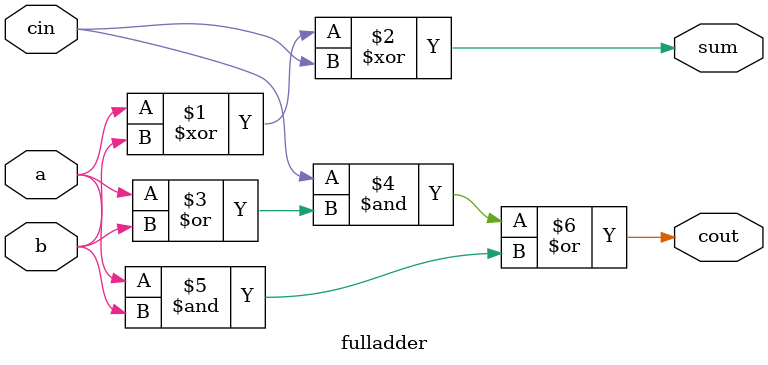
<source format=v>
/*The ripple carrier adder of the 2's complement method
 had a delay of 4 gates, but this module using the 1's complement method 
has a  maximum delay of 8 gates because c4 enters the carryin again.*/

module fouradder(a,b,S,cin,Cout);

//Input declaration

	//Declaration of a and b in 4 bits
	input [3:0] a;
	input [3:0] b;

	//Initial Carryin Value Declaration
	input cin;

//Output declaration

	//S array declaration with sum output with final result value
	output [3:0] S;
	//C array declaration with carry output with final result value,
	//However, cout does not appear as the final output value due to the calculation of around carry.
	//The value of the final cout is always zero.
	output Cout;
	
//wire declaration

	//Declare the carryout value output from the first addition
	wire cout;
	

	//Declaration of the s array output from the first addition
	//This array is the input value of the second  calculation with cout.
	wire [3:0] s;
	

	//Declare required c array as input of carryin for sequential calculations
	wire [3:1] c;
	wire [3:1] c2;
	

	
	
//The first additional section
	fulladder a0 (a[0],b[0],cin,s[0],c[1]);
	fulladder a1 (a[1],b[1],c[1],s[1],c[2]);
	fulladder a2 (a[2],b[2],c[2],s[2],c[3]);
	fulladder a3 (a[3],b[3],c[3],s[3],cout);
//The second additional section
	/*For the second calculation, cout was entered
 	as carryin in the s-array and 0-bit addition calculation.*/
	fulladder A0 (s[0],1'b0,cout,S[0],c2[1]);
	fulladder A1 (s[1],1'b0,c2[1],S[1],c2[2]);
	fulladder A2 (s[2],1'b0,c2[2],S[2],c2[3]);
	fulladder A3 (s[3],1'b0,c2[3],S[3],Cout);




/*In the 4-bit addition calculation, 
the end-arround carriage occurs maximum once. 
 Therefore, the value of the output Cout will only appear as 0.*/

/*The problem is that if the output carry out in the first 4 bit addition is 0,
 the second addition is not required.
Therefore, there are cases where there is an unnecessary delay of 8 gates.*/

	

endmodule
	

//It is a  1-bit fulladder module composed of three inputs and two outputs.
module fulladder(a,b,cin,sum,cout);

//Input a,b and c of 1-bit
	input a,b,cin;

//Output sum and cout
	output sum;
	output cout;
	
	//The result of sum is the XOR operation.
	assign sum=a^b^cin;

	//The result of cout is aC+bC+ab
	assign cout=cin&(a|b)|(a&b);

endmodule
	

</source>
